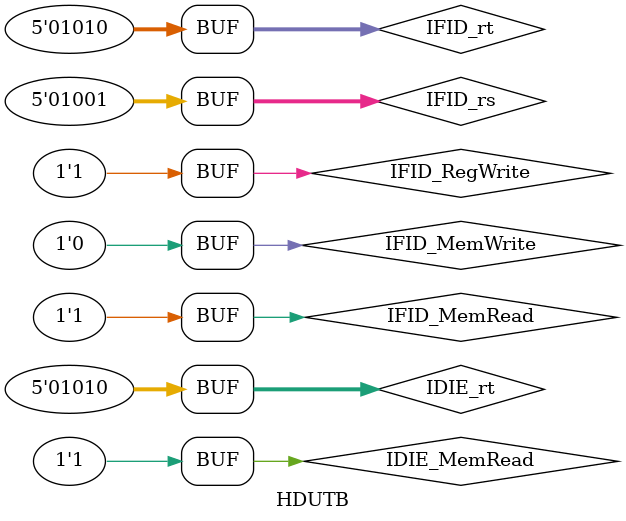
<source format=v>
module HazardDetectionUnit(IDIE_MemRead,IDIE_rt,IFID_rs,IFID_rt,IFIDWrite,PCWrite,IFID_MemWrite,IFID_MemRead ,IFID_RegWrite);
input wire IDIE_MemRead , IFID_MemWrite , IFID_MemRead , IFID_RegWrite; /*MemRead checks if instruction is lw , MemWrite checks if instruction is sw , RegWrite checks if instruction is R-format */
input wire[4:0] IDIE_rt,IFID_rs,IFID_rt;
output reg IFIDWrite,PCWrite; /*hold IFID and PC for one clk cycle*/

always@(IFID_rs or IFID_rt or IDIE_rt or IDIE_MemRead or IFID_MemWrite or IFID_MemRead or IFID_RegWrite)
begin

		if( 
			/* if rt of lw in IDIE is equal to rs of sw in IFID */ (IDIE_MemRead && IFID_MemWrite && (IDIE_rt == IFID_rs))
		||      /* if rt of lw in IDIE is equal to rs of lw in IFID */ (IDIE_MemRead && IFID_MemRead && (IDIE_rt == IFID_rs))
		||      /* if rt of lw in IDIE is equal to rt of R-format in IFID*/ (IDIE_MemRead && IFID_RegWrite && (IDIE_rt == IFID_rt))
		||	/* if rt of lw in IDIE is equal to rs of R-format in IFID*/ (IDIE_MemRead && IFID_RegWrite && (IDIE_rt == IFID_rs))
		   )		
		begin 
			IFIDWrite=1; //hold of IFID pipeline register
			PCWrite=1; //hold of PC	
		end
		
		else
		begin
			IFIDWrite=0;
			PCWrite=0;
		end
end
endmodule 

module HDUTB ;

reg IDIE_MemRead , IFID_MemWrite , IFID_MemRead , IFID_RegWrite;
reg[4:0] IDIE_rt,IFID_rs,IFID_rt;
wire IFIDWrite,PCWrite;

HazardDetectionUnit HDU1 (IDIE_MemRead,IDIE_rt,IFID_rs,IFID_rt,IFIDWrite,PCWrite,IFID_MemWrite,IFID_MemRead ,IFID_RegWrite);

initial
begin

$monitor("DEMemRead:%d  DErt:%d  FDrs:%d  FDRegWR:%d  FDrt:%d  FDMemRead:%d  FDMemWrite:%d  FDWRITE:%d  PCWRITE:%d ",IDIE_MemRead,IDIE_rt,IFID_rs,IFID_RegWrite,IFID_rt,IFID_MemRead,IFID_MemWrite,IFIDWrite,PCWrite);
#1
IDIE_MemRead=1; IFID_MemWrite=1; IDIE_rt=10; IFID_rs=10;
#1
IFID_rs=9;
#1
IFID_rs=10; IFID_MemWrite=0; IFID_MemRead=1;
#1
IFID_MemRead=0; IFID_RegWrite=1;
#1
IFID_MemRead=1;
#1
IFID_rs=9 ; IFID_rt=9;
#1
IFID_rt=10;


end

endmodule 


</source>
